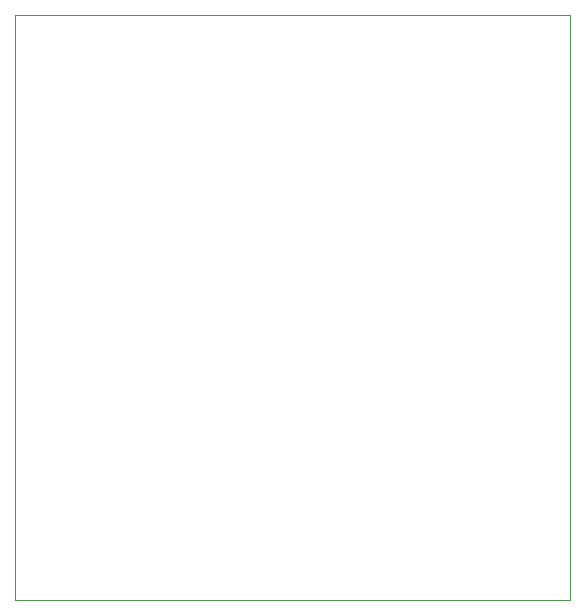
<source format=gbr>
G04 #@! TF.FileFunction,Profile,NP*
%FSLAX46Y46*%
G04 Gerber Fmt 4.6, Leading zero omitted, Abs format (unit mm)*
G04 Created by KiCad (PCBNEW (after 2015-mar-04 BZR unknown)-product) date 10/04/2015 18:40:57*
%MOMM*%
G01*
G04 APERTURE LIST*
%ADD10C,0.100000*%
G04 APERTURE END LIST*
D10*
X149860000Y-49530000D02*
X102870000Y-49530000D01*
X149860000Y-99060000D02*
X149860000Y-49530000D01*
X102870000Y-99060000D02*
X149860000Y-99060000D01*
X102870000Y-49530000D02*
X102870000Y-99060000D01*
M02*

</source>
